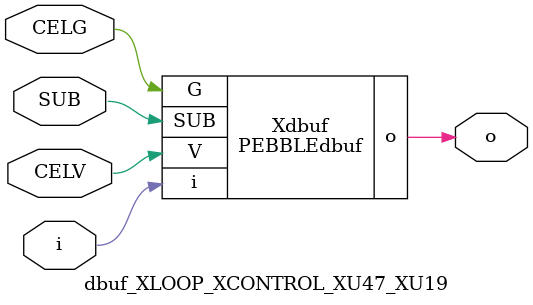
<source format=v>



module PEBBLEdbuf ( o, G, SUB, V, i );

  input V;
  input i;
  input G;
  output o;
  input SUB;
endmodule

//Celera Confidential Do Not Copy dbuf_XLOOP_XCONTROL_XU47_XU19
//Celera Confidential Symbol Generator
//Digital Buffer
module dbuf_XLOOP_XCONTROL_XU47_XU19 (CELV,CELG,i,o,SUB);
input CELV;
input CELG;
input i;
input SUB;
output o;

//Celera Confidential Do Not Copy dbuf
PEBBLEdbuf Xdbuf(
.V (CELV),
.i (i),
.o (o),
.SUB (SUB),
.G (CELG)
);
//,diesize,PEBBLEdbuf

//Celera Confidential Do Not Copy Module End
//Celera Schematic Generator
endmodule

</source>
